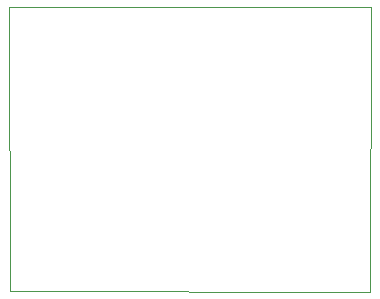
<source format=gm1>
%TF.GenerationSoftware,KiCad,Pcbnew,(5.1.6-0-10_14)*%
%TF.CreationDate,2020-09-05T01:35:09-04:00*%
%TF.ProjectId,solder_beep,736f6c64-6572-45f6-9265-65702e6b6963,rev?*%
%TF.SameCoordinates,Original*%
%TF.FileFunction,Profile,NP*%
%FSLAX46Y46*%
G04 Gerber Fmt 4.6, Leading zero omitted, Abs format (unit mm)*
G04 Created by KiCad (PCBNEW (5.1.6-0-10_14)) date 2020-09-05 01:35:09*
%MOMM*%
%LPD*%
G01*
G04 APERTURE LIST*
%TA.AperFunction,Profile*%
%ADD10C,0.050000*%
%TD*%
G04 APERTURE END LIST*
D10*
X25694640Y-116840D02*
X25674320Y23916640D01*
X56240680Y-167640D02*
X25697180Y-116840D01*
X56261000Y23891240D02*
X56240680Y-167640D01*
X25674320Y23916640D02*
X56261000Y23891240D01*
M02*

</source>
